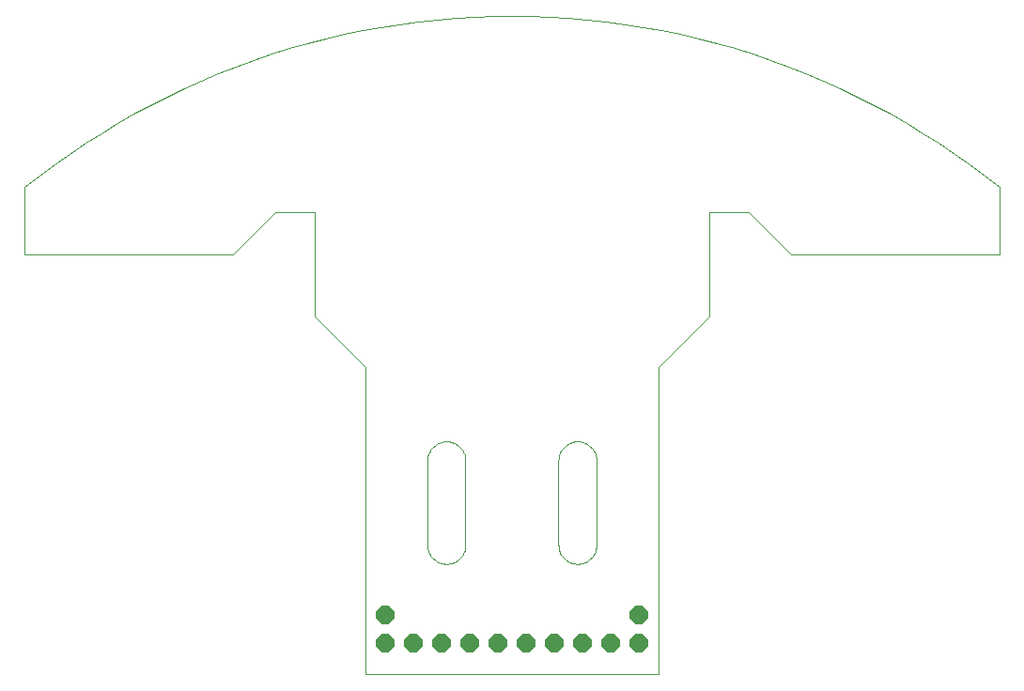
<source format=gbs>
G75*
%MOIN*%
%OFA0B0*%
%FSLAX24Y24*%
%IPPOS*%
%LPD*%
%AMOC8*
5,1,8,0,0,1.08239X$1,22.5*
%
%ADD10C,0.0000*%
%ADD11OC8,0.0640*%
D10*
X012260Y000228D02*
X012260Y011128D01*
X010460Y012928D01*
X010460Y016628D01*
X009060Y016628D01*
X007560Y015128D01*
X000160Y015128D01*
X000160Y017528D01*
X014460Y007828D02*
X014460Y004828D01*
X014462Y004778D01*
X014468Y004727D01*
X014477Y004678D01*
X014490Y004629D01*
X014507Y004581D01*
X014527Y004535D01*
X014550Y004491D01*
X014577Y004448D01*
X014607Y004407D01*
X014640Y004369D01*
X014676Y004333D01*
X014714Y004300D01*
X014755Y004270D01*
X014798Y004243D01*
X014842Y004220D01*
X014888Y004200D01*
X014936Y004183D01*
X014985Y004170D01*
X015034Y004161D01*
X015085Y004155D01*
X015135Y004153D01*
X015185Y004155D01*
X015236Y004161D01*
X015285Y004170D01*
X015334Y004183D01*
X015382Y004200D01*
X015428Y004220D01*
X015473Y004243D01*
X015515Y004270D01*
X015556Y004300D01*
X015594Y004333D01*
X015630Y004369D01*
X015663Y004407D01*
X015693Y004448D01*
X015720Y004491D01*
X015743Y004535D01*
X015763Y004581D01*
X015780Y004629D01*
X015793Y004678D01*
X015802Y004727D01*
X015808Y004778D01*
X015810Y004828D01*
X015810Y007828D01*
X015808Y007878D01*
X015802Y007929D01*
X015793Y007978D01*
X015780Y008027D01*
X015763Y008075D01*
X015743Y008121D01*
X015720Y008166D01*
X015693Y008208D01*
X015663Y008249D01*
X015630Y008287D01*
X015594Y008323D01*
X015556Y008356D01*
X015515Y008386D01*
X015473Y008413D01*
X015428Y008436D01*
X015382Y008456D01*
X015334Y008473D01*
X015285Y008486D01*
X015236Y008495D01*
X015185Y008501D01*
X015135Y008503D01*
X015085Y008501D01*
X015034Y008495D01*
X014985Y008486D01*
X014936Y008473D01*
X014888Y008456D01*
X014842Y008436D01*
X014798Y008413D01*
X014755Y008386D01*
X014714Y008356D01*
X014676Y008323D01*
X014640Y008287D01*
X014607Y008249D01*
X014577Y008208D01*
X014550Y008166D01*
X014527Y008121D01*
X014507Y008075D01*
X014490Y008027D01*
X014477Y007978D01*
X014468Y007929D01*
X014462Y007878D01*
X014460Y007828D01*
X019110Y007828D02*
X019110Y004828D01*
X019112Y004778D01*
X019118Y004727D01*
X019127Y004678D01*
X019140Y004629D01*
X019157Y004581D01*
X019177Y004535D01*
X019200Y004491D01*
X019227Y004448D01*
X019257Y004407D01*
X019290Y004369D01*
X019326Y004333D01*
X019364Y004300D01*
X019405Y004270D01*
X019448Y004243D01*
X019492Y004220D01*
X019538Y004200D01*
X019586Y004183D01*
X019635Y004170D01*
X019684Y004161D01*
X019735Y004155D01*
X019785Y004153D01*
X019835Y004155D01*
X019886Y004161D01*
X019935Y004170D01*
X019984Y004183D01*
X020032Y004200D01*
X020078Y004220D01*
X020123Y004243D01*
X020165Y004270D01*
X020206Y004300D01*
X020244Y004333D01*
X020280Y004369D01*
X020313Y004407D01*
X020343Y004448D01*
X020370Y004491D01*
X020393Y004535D01*
X020413Y004581D01*
X020430Y004629D01*
X020443Y004678D01*
X020452Y004727D01*
X020458Y004778D01*
X020460Y004828D01*
X020460Y007828D01*
X020458Y007878D01*
X020452Y007929D01*
X020443Y007978D01*
X020430Y008027D01*
X020413Y008075D01*
X020393Y008121D01*
X020370Y008166D01*
X020343Y008208D01*
X020313Y008249D01*
X020280Y008287D01*
X020244Y008323D01*
X020206Y008356D01*
X020165Y008386D01*
X020123Y008413D01*
X020078Y008436D01*
X020032Y008456D01*
X019984Y008473D01*
X019935Y008486D01*
X019886Y008495D01*
X019835Y008501D01*
X019785Y008503D01*
X019735Y008501D01*
X019684Y008495D01*
X019635Y008486D01*
X019586Y008473D01*
X019538Y008456D01*
X019492Y008436D01*
X019448Y008413D01*
X019405Y008386D01*
X019364Y008356D01*
X019326Y008323D01*
X019290Y008287D01*
X019257Y008249D01*
X019227Y008208D01*
X019200Y008166D01*
X019177Y008121D01*
X019157Y008075D01*
X019140Y008027D01*
X019127Y007978D01*
X019118Y007929D01*
X019112Y007878D01*
X019110Y007828D01*
X022660Y011128D02*
X024460Y012928D01*
X024460Y016628D01*
X025860Y016628D01*
X027360Y015128D01*
X034760Y015128D01*
X034760Y017528D01*
X022660Y011128D02*
X022660Y000228D01*
X012260Y000228D01*
X000160Y017528D02*
X000686Y017940D01*
X001221Y018338D01*
X001766Y018724D01*
X002320Y019097D01*
X002883Y019456D01*
X003454Y019801D01*
X004034Y020132D01*
X004621Y020450D01*
X005216Y020753D01*
X005818Y021041D01*
X006427Y021315D01*
X007042Y021574D01*
X007663Y021818D01*
X008291Y022047D01*
X008923Y022261D01*
X009560Y022460D01*
X010202Y022643D01*
X010849Y022810D01*
X011499Y022962D01*
X012152Y023098D01*
X012809Y023219D01*
X013468Y023323D01*
X014130Y023412D01*
X014794Y023484D01*
X015459Y023540D01*
X016125Y023581D01*
X016792Y023605D01*
X017460Y023613D01*
X018128Y023605D01*
X018795Y023581D01*
X019461Y023540D01*
X020126Y023484D01*
X020790Y023412D01*
X021452Y023323D01*
X022111Y023219D01*
X022768Y023098D01*
X023421Y022962D01*
X024071Y022810D01*
X024718Y022643D01*
X025360Y022460D01*
X025997Y022261D01*
X026629Y022047D01*
X027257Y021818D01*
X027878Y021574D01*
X028493Y021315D01*
X029102Y021041D01*
X029704Y020753D01*
X030299Y020450D01*
X030886Y020132D01*
X031466Y019801D01*
X032037Y019456D01*
X032600Y019097D01*
X033154Y018724D01*
X033699Y018338D01*
X034234Y017940D01*
X034760Y017528D01*
D11*
X021960Y002328D03*
X021960Y001328D03*
X020960Y001328D03*
X019960Y001328D03*
X018960Y001328D03*
X017960Y001328D03*
X016960Y001328D03*
X015960Y001328D03*
X014960Y001328D03*
X013960Y001328D03*
X012960Y001328D03*
X012960Y002328D03*
M02*

</source>
